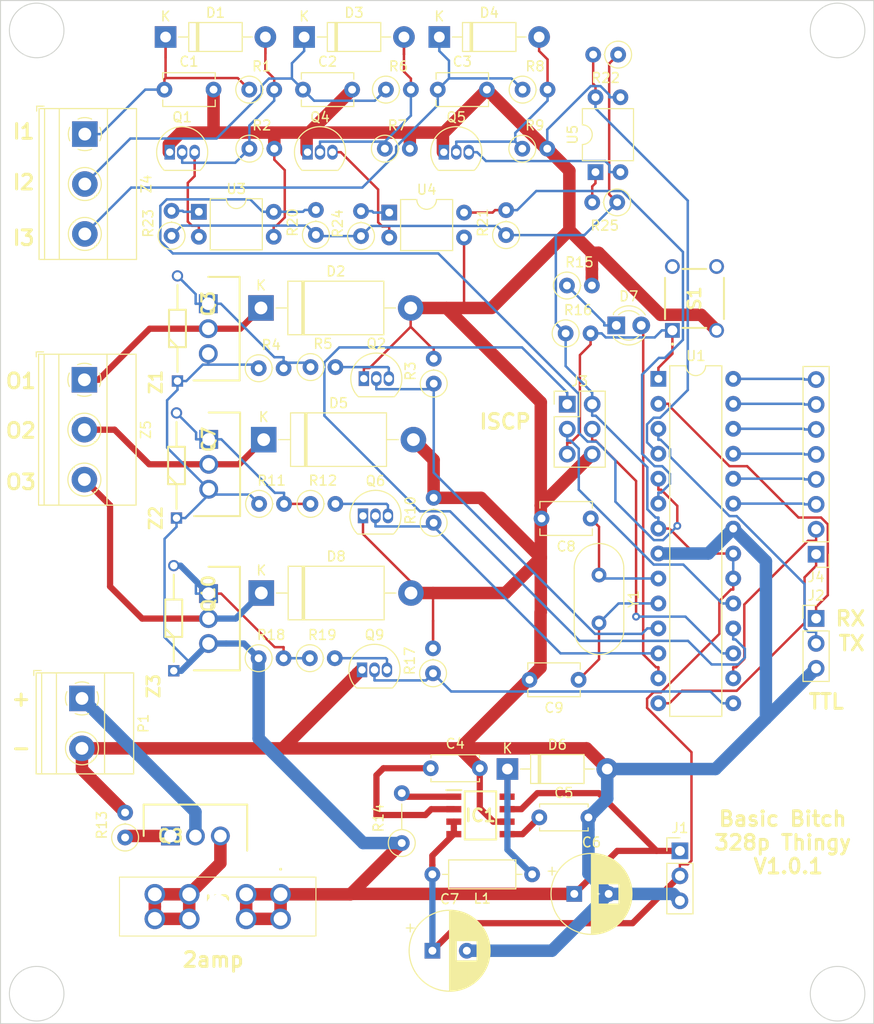
<source format=kicad_pcb>
(kicad_pcb (version 20221018) (generator pcbnew)
  (layers (0 "F.Cu" signal) (31 "B.Cu" signal) (34 "B.Paste" user) (35 "F.Paste" user) (36 "B.SilkS" user "B.Silkscreen") (37 "F.SilkS" user "F.Silkscreen") (38 "B.Mask" user) (39 "F.Mask" user) (44 "Edge.Cuts" user))
  (net 0 "")
  (net 1 "/Input/Input")
  (net 2 "GND")
  (net 3 "/Input1/Input")
  (net 4 "/Input2/Input")
  (net 5 "Net-(IC1-DELAY)")
  (net 6 "Net-(IC1-~{SHUTDOWN}{slash}SOFT-START)")
  (net 7 "+VDC")
  (net 8 "+5V")
  (net 9 "Net-(U1-XTAL1{slash}PB6)")
  (net 10 "Net-(U1-XTAL2{slash}PB7)")
  (net 11 "Net-(D1-A)")
  (net 12 "/Output/Output")
  (net 13 "Net-(D3-A)")
  (net 14 "Net-(D4-A)")
  (net 15 "/Output1/Output")
  (net 16 "Net-(D6-K)")
  (net 17 "Net-(D7-K)")
  (net 18 "LED")
  (net 19 "/Output2/Output")
  (net 20 "Net-(IC1-ERROR_FLAG)")
  (net 21 "RXttl")
  (net 22 "TXttl")
  (net 23 "Net-(P1-Pin_1)")
  (net 24 "Input1")
  (net 25 "Output1")
  (net 26 "Net-(Q2-D)")
  (net 27 "Net-(Q3-Pad1)")
  (net 28 "Input2")
  (net 29 "Input3")
  (net 30 "Output2")
  (net 31 "Net-(Q6-D)")
  (net 32 "Net-(Q7-Pad1)")
  (net 33 "Net-(Q8-Pad1)")
  (net 34 "Net-(Q8-Pad3)")
  (net 35 "Output3")
  (net 36 "Net-(Q9-D)")
  (net 37 "Net-(Q10-Pad1)")
  (net 38 "Reset")
  (net 41 "D8")
  (net 42 "D10")
  (net 43 "MOSI")
  (net 44 "MISO")
  (net 45 "SCK")
  (net 46 "A0")
  (net 47 "A1")
  (net 48 "A2")
  (net 49 "A3")
  (net 50 "A4")
  (net 51 "A5")
  (net 52 "Net-(Q1-D)")
  (net 53 "Net-(Q4-D)")
  (net 54 "Net-(Q5-D)")
  (net 55 "Net-(R23-Pad2)")
  (net 56 "Net-(R24-Pad2)")
  (net 57 "Net-(R25-Pad2)")
  (footprint "Package_TO_SOT_THT:TO-92_Inline" (layer "F.Cu") (at 122.2314 62.8232)
    (fp_text reference "Q4")
    (fp_text value "2N7000")
  )
  (footprint "Resistor_THT:R_Axial_DIN0207_L6.3mm_D2.5mm_P2.54mm_Vertical" (layer "F.Cu") (at 122.5295 98.6174)
    (fp_text reference "R12")
    (fp_text value "10k")
  )
  (footprint "TerminalBlock_Phoenix:TerminalBlock_Phoenix_MKDS-1,5-2-5.08_1x02_P5.08mm_Horizontal" (layer "F.Cu") (at 99.2673 118.4199 -90)
    (fp_text reference "P1")
    (fp_text value "Screw_Terminal_01x02")
  )
  (footprint "Connector_PinHeader_2.54mm:PinHeader_1x08_P2.54mm_Vertical" (layer "F.Cu") (at 174.0068 103.7434 180)
    (fp_text reference "J4")
    (fp_text value "Conn_01x08")
  )
  (footprint "Capacitor_THT:C_Disc_D4.7mm_W2.5mm_P5.00mm" (layer "F.Cu") (at 145.8286 130.529)
    (fp_text reference "C5")
    (fp_text value "0.1uF")
  )
  (footprint "Capacitor_THT:CP_Radial_D8.0mm_P3.50mm" (layer "F.Cu") (at 134.9462 144.0991)
    (fp_text reference "C7")
    (fp_text value "120uF")
  )
  (footprint "Resistor_THT:R_Axial_DIN0207_L6.3mm_D2.5mm_P2.54mm_Vertical" (layer "F.Cu") (at 148.6411 76.3944)
    (fp_text reference "R15")
    (fp_text value "330")
  )
  (footprint "Diode_THT:D_DO-201_P15.24mm_Horizontal" (layer "F.Cu") (at 117.4933 78.6769)
    (fp_text reference "D2")
    (fp_text value "STPS3150RL")
  )
  (footprint "SamacSys_Parts:DIOAD1068W53L380D172" (layer "F.Cu") (at 108.9921 86.1145 90)
    (fp_text reference "Z1")
    (fp_text value "BZX79C10" hide)
  )
  (footprint "Resistor_THT:R_Axial_DIN0207_L6.3mm_D2.5mm_P2.54mm_Vertical" (layer "F.Cu") (at 144.1268 56.4529)
    (fp_text reference "R8")
    (fp_text value "470")
  )
  (footprint "SamacSys_Parts:TS0266160BK260LCRD" (layer "F.Cu") (at 159.3761 80.9576 90)
    (fp_text reference "S1")
    (fp_text value "TS02-66-160-BK-260-LCR-D" hide)
  )
  (footprint "Resistor_THT:R_Axial_DIN0207_L6.3mm_D2.5mm_P2.54mm_Vertical" (layer "F.Cu") (at 108.3892 71.3334 90)
    (fp_text reference "R23")
    (fp_text value "5k")
  )
  (footprint "SamacSys_Parts:TO254P469X1042X1967-3P" (layer "F.Cu") (at 112.1518 107.7519 -90)
    (fp_text reference "Q10")
    (fp_text value "IRF9Z34NPBF" hide)
  )
  (footprint "Capacitor_THT:CP_Radial_D8.0mm_P3.50mm" (layer "F.Cu") (at 149.3891 138.315)
    (fp_text reference "C6")
    (fp_text value "68uF")
  )
  (footprint "SamacSys_Parts:TO254P469X1042X1967-3P" (layer "F.Cu") (at 112.173 92.0488 -90)
    (fp_text reference "Q7")
    (fp_text value "IRF9Z34NPBF" hide)
  )
  (footprint "Resistor_THT:R_Axial_DIN0207_L6.3mm_D2.5mm_P2.54mm_Vertical" (layer "F.Cu") (at 103.6611 132.5765 90)
    (fp_text reference "R13")
    (fp_text value "10k")
  )
  (footprint "Resistor_THT:R_Axial_DIN0207_L6.3mm_D2.5mm_P2.54mm_Vertical" (layer "F.Cu") (at 117.3012 98.6174)
    (fp_text reference "R11")
    (fp_text value "100k")
  )
  (footprint "SamacSys_Parts:TO254P469X1042X1967-3P" (layer "F.Cu") (at 112.1267 78.2477 -90)
    (fp_text reference "Q3")
    (fp_text value "IRF9Z34NPBF" hide)
  )
  (footprint "SamacSys_Parts:DIOAD1068W53L380D172" (layer "F.Cu") (at 108.6134 115.6055 90)
    (fp_text reference "Z3")
    (fp_text value "BZX79C10" hide)
  )
  (footprint "Capacitor_THT:C_Disc_D5.1mm_W3.2mm_P5.00mm" (layer "F.Cu") (at 107.6636 56.4529)
    (fp_text reference "C1")
    (fp_text value "220nF")
  )
  (footprint "Package_DIP:DIP-4_W7.62mm" (layer "F.Cu") (at 130.5474 68.9657)
    (fp_text reference "U4")
    (fp_text value "LTV-817")
  )
  (footprint "Package_DIP:DIP-28_W7.62mm" (layer "F.Cu") (at 157.9505 85.892)
    (fp_text reference "U1")
    (fp_text value "ATmega328-P")
  )
  (footprint "LED_THT:LED_D3.0mm" (layer "F.Cu") (at 153.666 80.4518)
    (fp_text reference "D7")
    (fp_text value "LED")
  )
  (footprint "Connector_PinHeader_2.54mm:PinHeader_1x03_P2.54mm_Vertical" (layer "F.Cu") (at 160.1442 133.9361)
    (fp_text reference "J1")
    (fp_text value "Conn_01x03")
  )
  (footprint "Package_TO_SOT_THT:TO-92_Inline" (layer "F.Cu") (at 127.879 99.8398)
    (fp_text reference "Q6")
    (fp_text value "2N7000")
  )
  (footprint "Package_TO_SOT_THT:TO-92_Inline" (layer "F.Cu") (at 127.9665 85.8679)
    (fp_text reference "Q2")
    (fp_text value "2N7000")
  )
  (footprint "Package_DIP:DIP-4_W7.62mm" (layer "F.Cu") (at 111.168 68.8892)
    (fp_text reference "U3")
    (fp_text value "LTV-817")
  )
  (footprint "Resistor_THT:R_Axial_DIN0207_L6.3mm_D2.5mm_P2.54mm_Vertical" (layer "F.Cu") (at 153.7552 67.9267 180)
    (fp_text reference "R25")
    (fp_text value "5k")
  )
  (footprint "SamacSys_Parts:TO254P469X1042X1967-3P" (layer "F.Cu") (at 108.28 132.4185)
    (fp_text reference "Q8")
    (fp_text value "IRF9Z34NPBF" hide)
  )
  (footprint "SamacSys_Parts:DIOAD1068W53L380D172" (layer "F.Cu") (at 108.894 100.0595 90)
    (fp_text reference "Z2")
    (fp_text value "BZX79C10" hide)
  )
  (footprint "Capacitor_THT:C_Disc_D5.1mm_W3.2mm_P5.00mm" (layer "F.Cu") (at 135.4898 56.4529)
    (fp_text reference "C3")
    (fp_text value "220nF")
  )
  (footprint "SamacSys_Parts:SOIC127P600X175-8N" (layer "F.Cu") (at 139.838 130.3293)
    (fp_text reference "IC1")
    (fp_text value "LM2597MX-5.0_NOPB" hide)
  )
  (footprint "Resistor_THT:R_Axial_DIN0207_L6.3mm_D2.5mm_P2.54mm_Vertical" (layer "F.Cu") (at 144.0978 62.4632)
    (fp_text reference "R9")
    (fp_text value "5k")
  )
  (footprint "SamacSys_Parts:17861650001" (layer "F.Cu") (at 119.4871 138.3546 180)
    (fp_text reference "U2")
    (fp_text value "178.6165.0001" hide)
  )
  (footprint "Package_TO_SOT_THT:TO-92_Inline" (layer "F.Cu") (at 136.1054 62.8232)
    (fp_text reference "Q5")
    (fp_text value "2N7000")
  )
  (footprint "Connector_PinHeader_2.54mm:PinHeader_2x03_P2.54mm_Vertical" (layer "F.Cu") (at 148.6714 88.4722)
    (fp_text reference "J3")
    (fp_text value "Conn_02x03_Odd_Even")
  )
  (footprint "Diode_THT:D_DO-201_P15.24mm_Horizontal" (layer "F.Cu") (at 117.7689 92.0795)
    (fp_text reference "D5")
    (fp_text value "STPS3150RL")
  )
  (footprint "Resistor_THT:R_Axial_DIN0207_L6.3mm_D2.5mm_P2.54mm_Vertical" (layer "F.Cu") (at 122.5342 84.6955)
    (fp_text reference "R5")
    (fp_text value "10k")
  )
  (footprint "Resistor_THT:R_Axial_DIN0207_L6.3mm_D2.5mm_P2.54mm_Vertical" (layer "F.Cu") (at 116.3006 56.4529)
    (fp_text reference "R1")
    (fp_text value "470")
  )
  (footprint "Package_TO_SOT_THT:TO-92_Inline" (layer "F.Cu") (at 127.78 115.5111)
    (fp_text reference "Q9")
    (fp_text value "2N7000")
  )
  (footprint "Resistor_THT:R_Axial_DIN0207_L6.3mm_D2.5mm_P2.54mm_Vertical" (layer "F.Cu") (at 123.0839 71.239 90)
    (fp_text reference "R20")
    (fp_text value "5k")
  )
  (footprint "Capacitor_THT:C_Disc_D4.7mm_W2.5mm_P5.00mm" (layer "F.Cu") (at 134.7685 125.5266)
    (fp_text reference "C4")
    (fp_text value "0.1uF")
  )
  (footprint "Resistor_THT:R_Axial_DIN0207_L6.3mm_D2.5mm_P2.54mm_Vertical" (layer "F.Cu") (at 117.2581 84.8127)
    (fp_text reference "R4")
    (fp_text value "100k")
  )
  (footprint "TerminalBlock_Phoenix:TerminalBlock_Phoenix_MKDS-1,5-3-5.08_1x03_P5.08mm_Horizontal" (layer "F.Cu") (at 99.5617 60.9808 -90)
    (fp_text reference "Z4")
    (fp_text value "Screw_Terminal_01x03")
  )
  (footprint "Resistor_THT:R_Axial_DIN0207_L6.3mm_D2.5mm_P2.54mm_Vertical" (layer "F.Cu") (at 142.4455 71.2601 90)
    (fp_text reference "R21")
    (fp_text value "5k")
  )
  (footprint "Resistor_THT:R_Axial_DIN0207_L6.3mm_D2.5mm_P2.54mm_Vertical" (layer "F.Cu") (at 130.1062 62.4632)
    (fp_text reference "R7")
    (fp_text value "5k")
  )
  (footprint "Package_DIP:DIP-4_W7.62mm" (layer "F.Cu") (at 151.546 64.8497 90)
    (fp_text reference "U5")
    (fp_text value "LTV-817")
  )
  (footprint "Diode_THT:D_DO-41_SOD81_P10.16mm_Horizontal" (layer "F.Cu") (at 107.7808 51.0987)
    (fp_text reference "D1")
    (fp_text value "1N4007")
  )
  (footprint "Resistor_THT:R_Axial_DIN0207_L6.3mm_D2.5mm_P2.54mm_Vertical" (layer "F.Cu") (at 117.254 114.3256)
    (fp_text reference "R18")
    (fp_text value "100k")
  )
  (footprint "Resistor_THT:R_Axial_DIN0207_L6.3mm_D2.5mm_P2.54mm_Vertical" (layer "F.Cu") (at 122.4649 114.3256)
    (fp_text reference "R19")
    (fp_text value "10k")
  )
  (footprint "Capacitor_THT:C_Disc_D5.1mm_W3.2mm_P5.00mm" (layer "F.Cu") (at 149.8275 116.5219 180)
    (fp_text reference "C9")
    (fp_text value "220nF")
  )
  (footprint "Resistor_THT:R_Axial_DIN0207_L6.3mm_D2.5mm_P2.54mm_Vertical" (layer "F.Cu") (at 135.0099 115.8628 90)
    (fp_text reference "R17")
    (fp_text value "1M")
  )
  (footprint "Diode_THT:D_DO-41_SOD81_P10.16mm_Horizontal" (layer "F.Cu") (at 135.6491 51.0987)
    (fp_text reference "D4")
    (fp_text value "1N4007")
  )
  (footprint "Connector_PinHeader_2.54mm:PinHeader_1x03_P2.54mm_Vertical" (layer "F.Cu") (at 174.0068 110.2778)
    (fp_text reference "J2")
    (fp_text value "Conn_01x03")
  )
  (footprint "Capacitor_THT:C_Disc_D5.1mm_W3.2mm_P5.00mm" (layer "F.Cu") (at 121.7721 56.4529)
    (fp_text reference "C2")
    (fp_text value "220nF")
  )
  (footprint "TerminalBlock_Phoenix:TerminalBlock_Phoenix_MKDS-1,5-3-5.08_1x03_P5.08mm_Horizontal" (layer "F.Cu") (at 99.515 85.987 -90)
    (fp_text reference "Z5")
    (fp_text value "Screw_Terminal_01x03")
  )
  (footprint "Resistor_THT:R_Axial_DIN0207_L6.3mm_D2.5mm_P2.54mm_Vertical" (layer "F.Cu") (at 135.07 100.5433 90)
    (fp_text reference "R10")
    (fp_text value "1M")
  )
  (footprint "Resistor_THT:R_Axial_DIN0207_L6.3mm_D2.5mm_P2.54mm_Vertical" (layer "F.Cu") (at 153.8532 52.89 180)
    (fp_text reference "R22")
    (fp_text value "5k")
  )
  (footprint "Resistor_THT:R_Axial_DIN0207_L6.3mm_D2.5mm_P2.54mm_Vertical" (layer "F.Cu") (at 127.6775 71.3611 90)
    (fp_text reference "R24")
    (fp_text value "5k")
  )
  (footprint "Diode_THT:D_DO-41_SOD81_P10.16mm_Horizontal" (layer "F.Cu") (at 121.8879 51.0987)
    (fp_text reference "D3")
    (fp_text value "1N4007")
  )
  (footprint "Inductor_THT:L_Axial_L6.6mm_D2.7mm_P10.16mm_Horizontal_Vishay_IM-2" (layer "F.Cu") (at 145.0982 136.3261 180)
    (fp_text reference "L1")
    (fp_text value "150uH")
  )
  (footprint "Resistor_THT:R_Axial_DIN0207_L6.3mm_D2.5mm_P5.08mm_Vertical" (layer "F.Cu") (at 131.8262 133.1388 90)
    (fp_text reference "R14")
    (fp_text value "10k")
  )
  (footprint "Package_TO_SOT_THT:TO-92_Inline" (layer "F.Cu") (at 108.2011 62.8232)
    (fp_text reference "Q1")
    (fp_text value "2N7000")
  )
  (footprint "Resistor_THT:R_Axial_DIN0207_L6.3mm_D2.5mm_P2.54mm_Vertical" (layer "F.Cu") (at 148.5078 81.2611)
    (fp_text reference "R16")
    (fp_text value "330")
  )
  (footprint "Capacitor_THT:C_Disc_D5.1mm_W3.2mm_P5.00mm" (layer "F.Cu") (at 151.058 100.1027 180)
    (fp_text reference "C8")
    (fp_text value "220nF")
  )
  (footprint "Diode_THT:D_DO-201_P15.24mm_Horizontal" (layer "F.Cu") (at 117.525 107.6915)
    (fp_text reference "D8")
    (fp_text value "STPS3150RL")
  )
  (footprint "Diode_THT:D_DO-41_SOD81_P10.16mm_Horizontal" (layer "F.Cu") (at 142.583 125.6047)
    (fp_text reference "D6")
    (fp_text value "1N5817")
  )
  (footprint "Crystal:Crystal_HC49-U_Vertical" (layer "F.Cu") (at 151.9062 105.8606 -90)
    (fp_text reference "Y1")
    (fp_text value "Crystal")
  )
  (footprint "Resistor_THT:R_Axial_DIN0207_L6.3mm_D2.5mm_P2.54mm_Vertical" (layer "F.Cu") (at 116.3107 62.4632)
    (fp_text reference "R2")
    (fp_text value "5k")
  )
  (footprint "Resistor_THT:R_Axial_DIN0207_L6.3mm_D2.5mm_P2.54mm_Vertical" (layer "F.Cu") (at 130.2137 56.4529)
    (fp_text reference "R6")
    (fp_text value "470")
  )
  (footprint "Resistor_THT:R_Axial_DIN0207_L6.3mm_D2.5mm_P2.54mm_Vertical" (layer "F.Cu") (at 135.0791 86.376 90)
    (fp_text reference "R3")
    (fp_text value "1M")
  )
  (gr_line (start 90.974416 47.381457) (end 90.974416 151.521457) (stroke (width 0.1)) (layer "Edge.Cuts"))
  (gr_line (start 179.874416 47.381457) (end 179.874416 151.521457) (stroke (width 0.1)) (layer "Edge.Cuts"))
  (gr_line (start 90.974416 47.381457) (end 179.874416 47.381457) (stroke (width 0.1)) (layer "Edge.Cuts"))
  (gr_circle (center 94.657416 50.429457) (end 97.435541 50.429457) (stroke (width 0.1)) (fill none) (layer "Edge.Cuts"))
  (gr_circle (center 176.191416 148.473457) (end 178.969541 148.473457) (stroke (width 0.1)) (fill none) (layer "Edge.Cuts"))
  (gr_circle (center 94.657416 148.473457) (end 97.435541 148.473457) (stroke (width 0.1)) (fill none) (layer "Edge.Cuts"))
  (gr_circle (center 176.191416 50.429457) (end 178.969541 50.429457) (stroke (width 0.1)) (fill none) (layer "Edge.Cuts"))
  (gr_line (start 90.974416 151.521457) (end 179.874416 151.521457) (stroke (width 0.1)) (layer "Edge.Cuts"))
  (gr_text "O1" (at 91.348265 86.995611) (layer "F.SilkS") (effects (font (size 1.5 1.5) (thickness 0.3) bold) (justify left bottom)))
  (gr_text "TX" (at 176.146984 113.688311) (layer "F.SilkS") (effects (font (size 1.5 1.5) (thickness 0.3) bold) (justify left bottom)))
  (gr_text "RX" (at 175.834368 111.17001) (layer "F.SilkS") (effects (font (size 1.5 1.5) (thickness 0.3) bold) (justify left bottom)))
  (gr_text "+" (at 91.951517 119.317244) (layer "F.SilkS") (effects (font (size 1.5 1.5) (thickness 0.3) bold) (justify left bottom)))
  (gr_text "O3" (at 91.348265 97.272) (layer "F.SilkS") (effects (font (size 1.5 1.5) (thickness 0.3) bold) (justify left bottom)))
  (gr_text "I3" (at 92.061421 72.429628) (layer "F.SilkS") (effects (font (size 1.5 1.5) (thickness 0.3) bold) (justify left bottom)))
  (gr_text "I1" (at 92.061421 61.605276) (layer "F.SilkS") (effects (font (size 1.5 1.5) (thickness 0.3) bold) (justify left bottom)))
  (gr_text "ISCP" (at 139.582412 91.123942) (layer "F.SilkS") (effects (font (size 1.5 1.5) (thickness 0.3) bold) (justify left bottom)))
  (gr_text "TTL" (at 173.102228 119.620429) (layer "F.SilkS") (effects (font (size 1.5 1.5) (thickness 0.3) bold) (justify left bottom)))
  (gr_text "-" (at 91.951517 124.31911) (layer "F.SilkS") (effects (font (size 1.5 1.5) (thickness 0.3) bold) (justify left bottom)))
  (gr_text "I2" (at 92.061421 66.763451) (layer "F.SilkS") (effects (font (size 1.5 1.5) (thickness 0.3) bold) (justify left bottom)))
  (gr_text "Basic Bitch \n328p Thingy \nV1.0.1" (at 171.175468 133.08909) (layer "F.SilkS") (effects (font (size 1.5 1.5) (thickness 0.3) bold)))
  (gr_text "O2" (at 91.348265 92.036554) (layer "F.SilkS") (effects (font (size 1.5 1.5) (thickness 0.3) bold) (justify left bottom)))
  (gr_text "2amp" (at 109.360358 145.889661) (layer "F.SilkS") (effects (font (size 1.5 1.5) (thickness 0.3) bold) (justify left bottom)))
  (segment (start 107.781 51.0987) (end 107.781 53.1868) (width 0.25) (layer "F.Cu") (net 1))
  (segment (start 107.781 53.1868) (end 107.7808 53.1866) (width 0.25) (layer "F.Cu") (net 1))
  (segment (start 107.7808 53.1866) (end 107.7808 51.0987) (width 0.25) (layer "F.Cu") (net 1))
  (segment (start 107.664 55.3921) (end 107.781 55.2749) (width 0.25) (layer "F.Cu") (net 1))
  (segment (start 115.123 55.2749) (end 116.3006 56.4525) (width 0.25) (layer "F.Cu") (net 1))
  (segment (start 107.781 55.2749) (end 115.123 55.2749) (width 0.25) (layer "F.Cu") (net 1))
  (segment (start 107.781 53.1868) (end 107.781 55.2749) (width 0.25) (layer "F.Cu") (net 1))
  (segment (start 107.664 56.4529) (end 107.664 55.3921) (width 0.25) (layer "F.Cu") (net 1))
  (segment (start 99.5617 60.9808) (end 101.187 60.9808) (width 0.25) (layer "B.Cu") (net 1))
  (segment (start 101.187 60.9808) (end 105.715 56.4529) (width 0.25) (layer "B.Cu") (net 1))
  (segment (start 105.715 56.4529) (end 107.6636 56.4529) (width 0.25) (layer "B.Cu") (net 1))
  (segment (start 151.181 74.7268) (end 151.181 73.0593) (width 1.27) (layer "F.Cu") (net 2))
  (segment (start 135.07 98.0033) (end 139.889 98.0033) (width 1.27) (layer "F.Cu") (net 2))
  (segment (start 132.646 60.8792) (end 132.595 60.8282) (width 1.27) (layer "F.Cu") (net 2))
  (segment (start 145.952 112.3189) (end 145.978 112.2929) (width 0.25) (layer "F.Cu") (net 2))
  (segment (start 119.0693 70.3041) (end 119.9137 69.4597) (width 0.25) (layer "F.Cu") (net 2))
  (segment (start 132.595 60.8282) (end 135.916 60.8282) (width 1.27) (layer "F.Cu") (net 2))
  (segment (start 136.38 78.6769) (end 132.7333 78.6769) (width 1.27) (layer "F.Cu") (net 2))
  (segment (start 108.111 62.7444) (end 108.111 62.8232) (width 1.27) (layer "F.Cu") (net 2))
  (segment (start 132.733 78.6769) (end 132.733 80.5952) (width 0.25) (layer "F.Cu") (net 2))
  (segment (start 134.849 82.7109) (end 135.079 82.7109) (width 0.25) (layer "F.Cu") (net 2))
  (segment (start 118.788 70.3041) (end 119.0693 70.3041) (width 0.25) (layer "F.Cu") (net 2))
  (segment (start 138.1674 78.6769) (end 136.38 78.6769) (width 1.27) (layer "F.Cu") (net 2))
  (segment (start 151.181 75.9775) (end 151.181 75.5606) (width 1.27) (layer "F.Cu") (net 2))
  (segment (start 145.978 104.092) (end 145.978 100.1027) (width 1.27) (layer "F.Cu") (net 2))
  (segment (start 136.105 61.9656) (end 136.105 62.8232) (width 0.25) (layer "F.Cu") (net 2))
  (segment (start 99.2673 123.5) (end 119.701 123.5) (width 1.27) (layer "F.Cu") (net 2))
  (segment (start 151.181 73.0593) (end 148.885 70.7628) (width 1.27) (layer "F.Cu") (net 2))
  (segment (start 122.397 60.8282) (end 122.141 61.0835) (width 1.27) (layer "F.Cu") (net 2))
  (segment (start 122.141 61.9533) (end 122.141 62.8232) (width 1.27) (layer "F.Cu") (net 2))
  (segment (start 145.978 88.2747) (end 145.978 98.786) (width 1.27) (layer "F.Cu") (net 2))
  (segment (start 136.015 60.9272) (end 140.49 56.4529) (width 1.27) (layer "F.Cu") (net 2))
  (segment (start 151.865 73.0593) (end 151.181 73.0593) (width 1.27) (layer "F.Cu") (net 2))
  (segment (start 135.01 113.323) (end 135.01 110.507) (width 0.25) (layer "F.Cu") (net 2))
  (segment (start 136.015 61.8752) (end 136.015 62.8232) (width 1.27) (layer "F.Cu") (net 2))
  (segment (start 163.876 80.9576) (end 162.291 79.3726) (width 1.27) (layer "F.Cu") (net 2))
  (segment (start 118.851 62.4632) (end 118.851 61.0684) (width 1.27) (layer "F.Cu") (net 2))
  (segment (start 135.07 98.0033) (end 135.07 94.1406) (width 1.27) (layer "F.Cu") (net 2))
  (segment (start 145.952 109.675) (end 145.952 112.3189) (width 1.27) (layer "F.Cu") (net 2))
  (segment (start 148.885 64.71) (end 148.885 70.7628) (width 1.27) (layer "F.Cu") (net 2))
  (segment (start 126.93 116.271) (end 127.69 115.511) (width 1.27) (layer "F.Cu") (net 2))
  (segment (start 158.178 79.3726) (end 151.865 73.0593) (width 1.27) (layer "F.Cu") (net 2))
  (segment (start 144.7738 116.4682) (end 137.742 123.5) (width 1.27) (layer "F.Cu") (net 2))
  (segment (start 136.015 60.9272) (end 136.015 61.8752) (width 1.27) (layer "F.Cu") (net 2))
  (segment (start 133.888 107.691) (end 127.879 101.682) (width 0.25) (layer "F.Cu") (net 2))
  (segment (start 122.397 60.8282) (end 118.611 60.8282) (width 1.27) (layer "F.Cu") (net 2))
  (segment (start 151.181 76.3944) (end 151.181 76.1859) (width 1.27) (layer "F.Cu") (net 2))
  (segment (start 139.889 98.0033) (end 145.978 104.092) (width 1.27) (layer "F.Cu") (net 2))
  (segment (start 135.07 94.1406) (end 133.009 92.0795) (width 1.27) (layer "F.Cu") (net 2))
  (segment (start 108.111 62.0348) (end 108.111 62.7444) (width 1.27) (layer "F.Cu") (net 2))
  (segment (start 119.701 123.5) (end 126.93 116.271) (width 1.27) (layer "F.Cu") (net 2))
  (segment (start 136.015 61.8752) (end 136.105 61.9656) (width 0.25) (layer "F.Cu") (net 2))
  (segment (start 103.6608 130.0368) (end 99.2673 125.643) (width 1.27) (layer "F.Cu") (net 2))
  (segment (start 122.397 60.8282) (end 132.595 60.8282) (width 1.27) (layer "F.Cu") (net 2))
  (segment (start 118.788 71.4292) (end 118.788 70.3041) (width 0.25) (layer "F.Cu") (net 2))
  (segment (start 118.611 60.8282) (end 112.468 60.8282) (width 1.27) (layer "F.Cu") (net 2))
  (segment (start 99.2673 125.643) (end 99.2673 124.5715) (width 1.27) (layer "F.Cu") (net 2))
  (segment (start 137.742 123.5) (end 119.701 123.5) (width 1.27) (layer "F.Cu") (net 2))
  (segment (start 135.0099 110.5071) (end 135.0099 113.3228) (width 0.25) (layer "F.Cu") (net 2))
  (segment (start 151.181 74.7269) (end 151.181 75.5606) (width 0.25) (layer "F.Cu") (net 2))
  (segment (start 141.15 130.964) (end 139.768 129.583) (width 0.635) (layer "F.Cu") (net 2))
  (segment (start 148.885 70.7628) (end 140.971 78.6769) (width 1.27) (layer "F.Cu") (net 2))
  (segment (start 122.141 61.9533) (end 122.231 62.0437) (width 0.25) (layer "F.Cu") (net 2))
  (segment (start 145.978 98.786) (end 151.211 93.5522) (width 1.27) (layer "F.Cu") (net 2))
  (segment (start 135.079 82.7109) (end 135.079 83.2734) (width 0.25) (layer "F.Cu") (net 2))
  (segment (start 118.851 61.0684) (end 118.611 60.8282) (width 1.27) (layer "F.Cu") (net 2))
  (segment (start 151.181 75.5606) (end 151.181 75.9775) (width 0.25) (layer "F.Cu") (net 2))
  (segment (start 99.2673 124.5715) (end 99.2673 123.5) (width 1.27) (layer "F.Cu") (net 2))
  (segment (start 128.536 84.7928) (end 127.966 84.7928) (width 0.25) (layer "F.Cu") (net 2))
  (segment (start 118.8507 63.0257) (end 118.8507 63.5883) (width 0.25) (layer "F.Cu") (net 2))
  (segment (start 127.966 84.7928) (end 127.966 85.3303) (width 0.25) (layer "F.Cu") (net 2))
  (segment (start 126.93 116.271) (end 126.93 115.511) (width 0.25) (layer "F.Cu") (net 2))
  (segment (start 135.01 110.507) (end 135.01 107.691) (width 0.25) (layer "F.Cu") (net 2))
  (segment (start 122.141 61.0835) (end 122.141 61.9533) (width 1.27) (layer "F.Cu") (net 2))
  (segment (start 132.765 107.691) (end 133.888 107.691) (width 1.27) (layer "F.Cu") (net 2))
  (segment (start 127.879 101.682) (end 127.879 99.8398) (width 0.25) (layer "F.Cu") (net 2))
  (segment (start 151.181 74.7268) (end 151.181 74.7269) (width 0.25) (layer "F.Cu") (net 2))
  (segment (start 133.888 107.691) (end 135.01 107.691) (width 1.27) (layer "F.Cu") (net 2))
  (segment (start 145.978 112.2929) (end 145.978 109.649) (width 0.25) (layer "F.Cu") (net 2))
  (segment (start 135.01 107.691) (end 142.378 107.691) (width 1.27) (layer "F.Cu") (net 2))
  (segment (start 122.231 62.0437) (end 122.231 62.8232) (width 0.25) (layer "F.Cu") (net 2))
  (segment (start 126.772 56.4529) (end 122.397 60.8282) (width 1.27) (layer "F.Cu") (net 2))
  (segment (start 150.638 123.5) (end 137.742 123.5) (width 1.27) (layer "F.Cu") (net 2))
  (segment (start 138.1674 71.5057) (end 138.1674 78.6769) (width 0.25) (layer "F.Cu") (net 2))
  (segment (start 146.638 62.4632) (end 148.885 64.71) (width 1.27) (layer "F.Cu") (net 2))
  (segment (start 112.664 60.6328) (end 112.468 60.8282) (width 1.27) (layer "F.Cu") (net 2))
  (segment (start 139.768 125.527) (end 137.742 123.5) (width 1.27) (layer "F.Cu") (net 2))
  (segment (start 119.9137 69.4597) (end 119.9137 64.6513) (width 0.25) (layer "F.Cu") (net 2))
  (segment (start 132.733 80.5952) (end 128.536 84.7928) (width 0.25) (layer "F.Cu") (net 2))
  (segment (start 109.318 60.8282) (end 108.111 62.0348) (width 1.27) (layer "F.Cu") (net 2))
  (segment (start 162.291 79.3726) (end 158.178 79.3726) (width 1.27) (layer "F.Cu") (net 2))
  (segment (start 145.978 100.1027) (end 145.978 98.786) (width 1.27) (layer "F.Cu") (net 2))
  (segment (start 132.733 80.5952) (end 134.849 82.7109) (width 0.25) (layer "F.Cu") (net 2))
  (segment (start 145.952 112.3189) (end 145.952 115.29) (width 1.27) (layer "F.Cu") (net 2))
  (segment (start 151.181 76.1859) (end 151.181 75.9775) (width 1.27) (layer "F.Cu") (net 2))
  (segment (start 151.181 74.7269) (end 151.181 74.7268) (width 1.27) (layer "F.Cu") (net 2))
  (segment (start 126.93 115.511) (end 127.69 115.511) (width 0.25) (layer "F.Cu") (net 2))
  (segment (start 139.768 129.583) (end 139.768 125.527) (width 0.635) (layer "F.Cu") (net 2))
  (segment (start 135.916 60.8282) (end 136.015 60.9272) (width 1.27) (layer "F.Cu") (net 2))
  (segment (start 112.664 56.4529) (end 112.664 60.6328) (width 1.27) (layer "F.Cu") (net 2))
  (segment (start 142.378 107.691) (end 145.978 104.092) (width 1.27) (layer "F.Cu") (net 2))
  (segment (start 152.7429 125.6048) (end 150.638 123.5) (width 1.27) (layer "F.Cu") (net 2))
  (segment (start 140.971 78.6769) (end 138.1674 78.6769) (width 1.27) (layer "F.Cu") (net 2))
  (segment (start 145.952 115.29) (end 144.7738 116.4682) (width 1.27) (layer "F.Cu") (net 2))
  (segment (start 145.978 104.092) (end 145.978 109.649) (width 1.27) (layer "F.Cu") (net 2))
  (segment (start 142.549 130.964) (end 141.15 130.964) (width 0.635) (layer "F.Cu") (net 2))
  (segment (start 140.49 56.4529) (end 146.5 62.4632) (width 1.27) (layer "F.Cu") (net 2))
  (segment (start 136.38 78.6769) (end 145.978 88.2747) (width 1.27) (layer "F.Cu") (net 2))
  (segment (start 112.468 60.8282) (end 109.318 60.8282) (width 1.27) (layer "F.Cu") (net 2))
  (segment (start 151.181 75.5606) (end 151.181 74.7269) (width 1.27) (layer "F.Cu") (net 2))
  (segment (start 119.9137 64.6513) (end 118.8507 63.5883) (width 0.25) (layer "F.Cu") (net 2))
  (segment (start 132.646 62.4632) (end 132.646 60.8792) (width 1.27) (layer "F.Cu") (net 2))
  (segment (start 135.01 110.507) (end 135.0099 110.5071) (width 0.25) (layer "F.Cu") (net 2))
  (segment (start 146.6378 62.4632) (end 146.6378 60.5218) (width 0.25) (layer "B.Cu") (net 2))
  (segment (start 159.443 138.315) (end 160.144 139.016) (width 1.27) (layer "B.Cu") (net 2))
  (segment (start 152.0573 56.093) (end 152.9609 56.9966) (width 0.25) (layer "B.Cu") (net 2))
  (segment (start 152.8891 138.315) (end 159.443 138.315) (width 1.27) (layer "B.Cu") (net 2))
  (segment (start 168.897 104.458) (end 168.897 120.468) (width 1.27) (layer "B.Cu") (net 2))
  (segment (start 151.786 129.572) (end 150.829 130.529) (width 1.27) (layer "B.Cu") (net 2))
  (segment (start 150.829 131.7575) (end 150.829 136.254) (width 1.27) (layer "B.Cu") (net 2))
  (segment (start 152.9609 56.9966) (end 152.9609 57.2297) (width 0.25) (layer "B.Cu") (net 2))
  (segment (start 151.0666 56.093) (end 152.0573 56.093) (width 0.25) (layer "B.Cu") (net 2))
  (segment (start 150.829 136.254) (end 152.889 138.315) (width 1.27) (layer "B.Cu") (net 2))
  (segment (start 168.897 120.468) (end 163.76 125.605) (width 1.27) (layer "B.Cu") (net 2))
  (segment (start 168.897 120.468) (end 174.007 115.358) (width 1.27) (layer "B.Cu") (net 2))
  (segment (start 152.743 125.605) (end 152.743 128.615) (width 1.27) (layer "B.Cu") (net 2))
  (segment (start 163.76 125.605) (end 152.7433 125.605) (width 1.27) (layer "B.Cu") (net 2))
  (segment (start 150.829 130.529) (end 150.829 131.7575) (width 1.27) (layer "B.Cu") (net 2))
  (segment (start 165.571 101.132) (end 168.897 104.458) (width 1.27) (layer "B.Cu") (net 2))
  (segment (start 146.6378 60.5218) (end 151.0666 56.093) (width 0.25) (layer "B.Cu") (net 2))
  (segment (start 150.829 131.7575) (end 150.8286 131.7571) (width 0.25) (layer "B.Cu") (net 2))
  (segment (start 147.105 144.099) (end 152.889 138.315) (width 1.27) (layer "B.Cu") (net 2))
  (segment (start 157.951 103.672) (end 163.031 103.672) (width 1.27) (layer "B.Cu") (net 2))
  (segment (start 152.743 128.615) (end 151.786 129.572) (width 1.27) (layer "B.Cu") (net 2))
  (segment (start 151.786 129.572) (end 150.829 130.529) (width 0.25) (layer "B.Cu") (net 2))
  (segment (start 150.8286 131.7571) (end 150.8286 130.529) (width 0.25) (layer "B.Cu") (net 2))
  (segment (start 138.4463 144.099) (end 147.105 144.099) (width 1.27) (layer "B.Cu") (net 2))
  (segment (start 163.031 103.672) (end 165.5708 101.1322) (width 1.27) (layer "B.Cu") (net 2))
  (segment (start 154.086 57.2297) (end 152.9609 57.2297) (width 0.25) (layer "B.Cu") (net 2))
  (segment (start 121.772 56.4529) (end 120.644 55.325) (width 0.25) (layer "B.Cu") (net 3))
  (segment (start 122.905 57.5855) (end 121.772 56.4529) (width 0.25) (layer "B.Cu") (net 3))
  (segment (start 129.081 57.5855) (end 122.905 57.5855) (width 0.25) (layer "B.Cu") (net 3))
  (segment (start 104.192 61.431) (end 99.5617 66.0608) (width 0.25) (layer "B.Cu") (net 3))
  (segment (start 117.571 56.0584) (end 117.571 56.8357) (width 0.25) (layer "B.Cu") (net 3))
  (segment (start 121.888 52.5238) (end 120.644 53.7675) (width 0.25) (layer "B.Cu") (net 3))
  (segment (start 118.304 55.325) (end 117.571 56.0584) (width 0.25) (layer "B.Cu") (net 3))
  (segment (start 120.644 53.7675) (end 120.644 55.325) (width 0.25) (layer "B.Cu") (net 3))
  (segment (start 130.2138 56.453) (end 129.081 57.5855) (width 0.25) (layer "B.Cu") (net 3))
  (segment (start 112.975 61.431) (end 104.192 61.431) (width 0.25) (layer "B.Cu") (net 3))
  (segment (start 121.888 51.8112) (end 121.888 52.5238) (width 0.25) (layer "B.Cu") (net 3))
  (segment (start 117.571 56.8357) (end 112.975 61.431) (width 0.25) (layer "B.Cu") (net 3))
  (segment (start 120.644 55.325) (end 118.304 55.325) (width 0.25) (layer "B.Cu") (net 3))
  (segment (start 142.986 55.3116) (end 144.1269 56.4528) (width 0.25) (layer "B.Cu") (net 4))
  (segment (start 135.649 51.8112) (end 135.649 52.5238) (width 0.25) (layer "B.Cu") (net 4))
  (segment (start 135.649 52.5238) (end 136.631 53.5058) (width 0.25) (layer "B.Cu") (net 4))
  (segment (start 135.49 58.0283) (end 131.255 62.2628) (width 0.25) (layer "B.Cu") (net 4))
  (segment (start 136.631 53.5058) (end 136.631 55.3116) (width 0.25) (layer "B.Cu") (net 4))
  (segment (start 131.255 62.2628) (end 131.255 62.9785) (width 0.25) (layer "B.Cu") (net 4))
  (segment (start 104.278 66.4243) (end 99.5617 71.1408) (width 0.25) (layer "B.Cu") (net 4))
  (segment (start 131.255 62.9785) (end 127.81 66.4243) (width 0.25) (layer "B.Cu") (net 4))
  (segment (start 135.49 56.4529) (end 135.49 58.0283) (width 0.25) (layer "B.Cu") (net 4))
  (segment (start 127.81 66.4243) (end 104.278 66.4243) (width 0.25) (layer "B.Cu") (net 4))
  (segment (start 136.631 55.3116) (end 135.49 56.4529) (width 0.25) (layer "B.Cu") (net 4))
  (segment (start 136.631 55.3116) (end 142.986 55.3116) (width 0.25) (layer "B.Cu") (net 4))
  (segment (start 137.1267 129.694) (end 134.824 129.694) (width 0.635) (layer "F.Cu") (net 5))
  (segment (start 129.247 130.355) (end 129.247 126.239) (width 0.635) (layer "F.Cu") (net 5))
  (segment (start 129.317 130.286) (end 129.247 130.355) (width 0.635) (layer "F.Cu") (net 5))
  (segment (start 129.247 126.239) (end 129.96 125.527) (width 0.635) (layer "F.Cu") (net 5))
  (segment (start 134.824 129.694) (end 134.233 130.286) (width 0.635) (layer "F.Cu") (net 5))
  (segment (start 134.233 130.286) (end 129.317 130.286) (width 0.635) (layer "F.Cu") (net 5))
  (segment (start 129.96 125.527) (end 134.768 125.527) (width 0.635) (layer "F.Cu") (net 5))
  (segment (start 142.5493 132.234) (end 144.123 132.234) (width 0.635) (layer "F.Cu") (net 6))
  (segment (start 145.147 131.211) (end 145.488 130.87) (width 0.635) (layer "F.Cu") (net 6))
  (segment (start 145.147 131.211) (end 145.488 130.87) (width 0.25) (layer "F.Cu") (net 6))
  (segment (start 144.123 132.234) (end 145.147 131.211) (width 0.635) (layer "F.Cu") (net 6))
  (segment (start 144 129.694) (end 145.634 128.061) (width 0.635) (layer "F.Cu") (net 7))
  (segment (start 119.487 140.8546) (end 119.487 138.355) (width 1.27) (layer "F.Cu") (net 7))
  (segment (start 157.762 133.936) (end 160.144 133.936) (width 0.635) (layer "F.Cu") (net 7))
  (segment (start 126.61 138.355) (end 119.487 138.355) (width 1.27) (layer "F.Cu") (net 7))
  (segment (start 115.987 138.355) (end 115.987 140.8546) (width 1.27) (layer "F.Cu") (net 7))
  (segment (start 149.3891 138.3149) (end 153.768 133.936) (width 0.635) (layer "F.Cu") (net 7))
  (segment (start 119.487 138.355) (end 115.987 138.355) (width 1.27) (layer "F.Cu") (net 7))
  (segment (start 145.634 128.061) (end 151.887 128.061) (width 0.635) (layer "F.Cu") (net 7))
  (segment (start 126.65 138.315) (end 149.389 138.315) (width 1.27) (layer "F.Cu") (net 7))
  (segment (start 126.65 138.315) (end 131.826 133.139) (width 1.27) (layer "F.Cu") (net 7))
  (segment (start 126.65 138.315) (end 126.61 138.355) (width 1.27) (layer "F.Cu") (net 7))
  (segment (start 153.768 133.936) (end 157.762 133.936) (width 0.635) (layer "F.Cu") (net 7))
  (segment (start 151.887 128.061) (end 157.762 133.936) (width 0.635) (layer "F.Cu") (net 7))
  (segment (start 142.549 129.694) (end 144 129.694) (width 0.635) (layer "F.Cu") (net 7))
  (segment (start 115.987 140.855) (end 119.487 140.855) (width 1.27) (layer "F.Cu") (net 7))
  (segment (start 112.173 97.6694) (end 116.353 97.6694) (width 0.25) (layer "B.Cu") (net 7))
  (segment (start 108.6134 115.606) (end 109.378 115.606) (width 0.635) (layer "B.Cu") (net 7))
  (segment (start 108.992 87.0146) (end 107.935 88.0718) (width 0.25) (layer "B.Cu") (net 7))
  (segment (start 112.127 84.4449) (end 116.89 84.4449) (width 0.25) (layer "B.Cu") (net 7))
  (segment (start 117.254 122.496) (end 117.254 114.326) (width 1.27) (layer "B.Cu") (net 7))
  (segment (start 113.956 112.832) (end 115.76 112.832) (width 0.635) (layer "B.Cu") (net 7))
  (segment (start 108.992 86.1145) (end 108.992 87.0146) (width 0.25) (layer "B.Cu") (net 7))
  (segment (start 109.378 115.606) (end 110.235 114.749) (width 0.635) (layer "B.Cu") (net 7))
  (segment (start 110.235 114.749) (end 112.152 112.832) (width 0.635) (layer "B.Cu") (net 7))
  (segment (start 107.935 92.8907) (end 112.173 97.1288) (width 0.25) (layer "B.Cu") (net 7))
  (segment (start 109.794 100.06) (end 109.794 100.048) (width 0.25) (layer "B.Cu") (net 7))
  (segment (start 112.152 112.832) (end 113.956 112.832) (width 0.635) (layer "B.Cu") (net 7))
  (segment (start 108.894 100.06) (end 109.794 100.06) (width 0.25) (layer "B.Cu") (net 7))
  (segment (start 108.894 100.96) (end 108.894 100.06) (width 0.25) (layer "B.Cu") (net 7))
  (segment (start 110.235 114.749) (end 107.679 112.193) (width 0.25) (layer "B.Cu") (net 7))
  (segment (start 116.353 97.6694) (end 116.827 98.1434) (width 0.25) (layer "B.Cu") (net 7))
  (segment (start 107.679 102.175) (end 108.894 100.96) (width 0.25) (layer "B.Cu") (net 7))
  (segment (start 112.127 84.4449) (end 111.562 84.4449) (width 0.25) (layer "B.Cu") (net 7))
  (segment (start 113.956 112.832) (end 112.152 112.832) (width 0.25) (layer "B.Cu") (net 7))
  (segment (start 115.76 112.832) (end 116.507 113.579) (width 0.635) (layer "B.Cu") (net 7))
  (segment (start 131.826 133.139) (end 127.897 133.139) (width 1.27) (layer "B.Cu") (net 7))
  (segment (start 112.127 84.4449) (end 112.127 83.8863) (width 0.25) (layer "B.Cu") (net 7))
  (segment (start 107.935 88.0718) (end 107.935 92.8907) (width 0.25) (layer "B.Cu") (net 7))
  (segment (start 109.794 100.048) (end 112.173 97.6694) (width 0.25) (layer "B.Cu") (net 7))
  (segment (start 109.892 86.1145) (end 108.9921 86.1145) (width 0.25) (layer "B.Cu") (net 7))
  (segment (start 127.897 133.139) (end 117.254 122.496) (width 1.27) (layer "B.Cu") (net 7))
  (segment (start 116.507 113.579) (end 117.2538 114.3258) (width 0.25) (layer "B.Cu") (net 7))
  (segment (start 111.562 84.4449) (end 109.892 86.1145) (width 0.25) (layer "B.Cu") (net 7))
  (segment (start 116.507 113.579) (end 117.2538 114.3258) (width 0.635) (layer "B.Cu") (net 7))
  (segment (start 107.679 112.193) (end 107.679 102.175) (width 0.25) (layer "B.Cu") (net 7))
  (segment (start 165.57 107.337) (end 165.57 106.212) (width 0.25) (layer "F.Cu") (net 8))
  (segment (start 134.938 135.374) (end 134.938 134.423) (width 0.635) (layer "F.Cu") (net 8))
  (segment (start 160.144 135.301) (end 160.952 135.301) (width 0.25) (layer "F.Cu") (net 8))
  (segment (start 152.942 53.801) (end 152.942 67.1137) (width 0.25) (layer "F.Cu") (net 8))
  (segment (start 164.156 108.519) (end 165.337 107.337) (width 0.25) (layer "F.Cu") (net 8))
  (segment (start 137.127 131.599) (end 137.127 131.9165) (width 0.25) (layer "F.Cu") (net 8))
  (segment (start 164.156 111.854) (end 164.156 108.519) (width 0.25) (layer "F.Cu") (net 8))
  (segment (start 137.127 131.599) (end 137.127 130.9643) (width 0.635) (layer "F.Cu") (net 8))
  (segment (start 156.802 119.379) (end 156.802 118.436) (width 0.25) (layer "F.Cu") (net 8))
  (segment (start 152.942 67.1137) (end 153.755 67.9267) (width 0.25) (layer "F.Cu") (net 8))
  (segment (start 165.337 107.337) (end 165.57 107.337) (width 0.25) (layer "F.Cu") (net 8))
  (segment (start 158.223 117.787) (end 164.156 111.854) (width 0.25) (layer "F.Cu") (net 8))
  (segment (start 134.938 135.375) (end 134.938 135.374) (width 0.635) (layer "F.Cu") (net 8))
  (segment (start 137.747 141.298) (end 155.322 141.298) (width 0.635) (layer "F.Cu") (net 8))
  (segment (start 155.322 141.298) (end 160.144 136.476) (width 0.635) (layer "F.Cu") (net 8))
  (segment (start 134.938 135.375) (end 134.938 136.326) (width 0.25) (layer "F.Cu") (net 8))
  (segment (start 161.616 103.672) (end 165.57 103.672) (width 0.25) (layer "F.Cu") (net 8))
  (segment (start 156.802 118.436) (end 157.451 117.787) (width 0.25) (layer "F.Cu") (net 8))
  (segment (start 134.938 135.374) (end 134.938 135.375) (width 0.25) (layer "F.Cu") (net 8))
  (segment (start 161.319 123.897) (end 156.802 119.379) (width 0.25) (layer "F.Cu") (net 8))
  (segment (start 134.938 134.423) (end 137.127 132.234) (width 0.635) (layer "F.Cu") (net 8))
  (segment (start 137.127 131.9165) (end 137.127 131.599) (width 0.635) (layer "F.Cu") (net 8))
  (segment (start 157.9505 101.132) (end 159.076 101.132) (width 0.25) (layer "F.Cu") (net 8))
  (segment (start 134.9462 144.0988) (end 137.747 141.298) (width 0.635) (layer "F.Cu") (net 8))
  (segment (start 137.127 132.234) (end 137.127 131.9165) (width 0.635) (layer "F.Cu") (net 8))
  (segment (start 160.144 136.476) (end 160.144 135.301) (width 0.25) (layer "F.Cu") (net 8))
  (segment (start 161.319 134.934) (end 161.319 123.897) (width 0.25) (layer "F.Cu") (net 8))
  (segment (start 157.451 117.787) (end 158.223 117.787) (width 0.25) (layer "F.Cu") (net 8))
  (segment (start 160.952 135.301) (end 161.319 134.934) (width 0.25) (layer "F.Cu") (net 8))
  (segment (start 137.127 131.9165) (end 137.127 132.234) (width 0.25) (layer "F.Cu") (net 8))
  (segment (start 153.3975 53.3455) (end 152.942 53.801) (width 0.25) (layer "F.Cu") (net 8))
  (segment (start 159.076 101.132) (end 161.616 103.672) (width 0.25) (layer "F.Cu") (net 8))
  (segment (start 134.938 136.326) (end 134.938 135.375) (width 0.635) (layer "F.Cu") (net 8))
  (segment (start 148.0095 80.7627) (end 148.5078 81.261) (width 0.25) (layer "B.Cu") (net 8))
  (segment (start 127.6775 71.3611) (end 123.206 71.3611) (width 0.25) (layer "B.Cu") (net 8))
  (segment (start 148.508 81.2611) (end 148.0095 80.7627) (width 0.25) (layer "B.Cu") (net 8))
  (segment (start 156.825 99.1632) (end 156.825 94.8961) (width 0.25) (layer "B.Cu") (net 8))
  (segment (start 148.508 84.5935) (end 148.508 81.2611) (width 0.25) (layer "B.Cu") (net 8))
  (segment (start 157.95 100.007) (end 157.669 100.007) (width 0.25) (layer "B.Cu") (net 8))
  (segment (start 141.514 70.3291) (end 128.71 70.3291) (width 0.25) (layer "B.Cu") (net 8))
  (segment (start 108.389 71.3334) (end 108.9085 70.8138) (width 0.25) (layer "B.Cu") (net 8))
  (segment (start 134.946 144.099) (end 134.946 136.334) (width 0.635) (layer "B.Cu") (net 8))
  (segment (start 148.0095 80.7627) (end 147.511 80.2643) (width 0.25) (layer "B.Cu") (net 8))
  (segment (start 122.139 70.2942) (end 123.084 71.239) (width 0.25) (layer "B.Cu") (net 8))
  (segment (start 150.422 71.2601) (end 147.511 71.2601) (width 0.25) (layer "B.Cu") (net 8))
  (segment (start 157.669 100.007) (end 156.825 99.1632) (width 0.25) (layer "B.Cu") (net 8))
  (segment (start 156.825 94.8961) (end 151.577 89.6473) (width 0.25) (layer "B.Cu") (net 8))
  (segment (start 147.511 80.2643) (end 147.511 71.2601) (width 0.25) (layer "B.Cu") (net 8))
  (segment (start 153.755 67.9267) (end 150.422 71.2601) (width 0.25) (layer "B.Cu") (net 8))
  (segment (start 147.511 71.2601) (end 142.446 71.2601) (width 0.25) (layer "B.Cu") (net 8))
  (segment (start 128.71 70.3291) (end 127.678 71.3611) (width 0.25) (layer "B.Cu") (net 8))
  (segment (start 151.211 87.2971) (end 148.508 84.5935) (width 0.25) (layer "B.Cu") (net 8))
  (segment (start 151.211 89.6473) (end 151.211 88.4722) (width 0.25) (layer "B.Cu") (net 8))
  (segment (start 151.211 88.4722) (end 151.211 87.2971) (width 0.25) (layer "B.Cu") (net 8))
  (segment (start 108.9085 70.8138) (end 109.428 70.2942) (width 0.25) (layer "B.Cu") (net 8))
  (segment (start 151.577 89.6473) (end 151.211 89.6473) (width 0.25) (layer "B.Cu") (net 8))
  (segment (start 142.4457 71.2599) (end 141.514 70.3291) (width 0.25) (layer "B.Cu") (net 8))
  (segment (start 157.95 101.132) (end 157.95 100.007) (width 0.25) (layer "B.Cu") (net 8))
  (segment (start 108.9085 70.8138) (end 108.3892 71.3331) (width 0.25) (layer "B.Cu") (net 8))
  (segment (start 165.57 103.672) (end 165.57 105.577) (width 0.25) (layer "B.Cu") (net 8))
  (segment (start 109.428 70.2942) (end 122.139 70.2942) (width 0.25) (layer "B.Cu") (net 8))
  (segment (start 151.058 100.1027) (end 151.9062 100.9509) (width 0.25) (layer "F.Cu") (net 9))
  (segment (start 151.9062 100.9509) (end 151.9062 105.8606) (width 0.25) (layer "F.Cu") (net 9))
  (segment (start 157.9505 106.212) (end 152.2576 106.212) (width 0.25) (layer "B.Cu") (net 9))
  (segment (start 149.8275 116.5219) (end 151.9062 114.4432) (width 0.25) (layer "F.Cu") (net 10))
  (segment (start 151.9062 114.4432) (end 151.9062 110.7406) (width 0.25) (layer "F.Cu") (net 10))
  (segment (start 157.9505 108.752) (end 153.8948 108.752) (width 0.25) (layer "B.Cu") (net 10))
  (segment (start 153.8948 108.752) (end 151.9062 110.7406) (width 0.25) (layer "B.Cu") (net 10))
  (segment (start 117.941 52.7633) (end 117.941 51.0987) (width 0.25) (layer "F.Cu") (net 11))
  (segment (start 117.941 52.7633) (end 117.9408 52.7631) (width 0.25) (layer "F.Cu") (net 11))
  (segment (start 117.941 54.428) (end 117.941 52.7633) (width 0.25) (layer "F.Cu") (net 11))
  (segment (start 118.841 56.4529) (end 118.841 55.3278) (width 0.25) (layer "F.Cu") (net 11))
  (segment (start 118.841 55.3278) (end 117.941 54.428) (width 0.25) (layer "F.Cu") (net 11))
  (segment (start 117.9408 52.7631) (end 117.9408 51.0987) (width 0.25) (layer "F.Cu") (net 11))
  (segment (start 118.841 57.578) (end 118.841 56.4529) (width 0.25) (layer "B.Cu") (net 11))
  (segment (start 109.471 63.3607) (end 109.471 63.8983) (width 0.25) (layer "B.Cu") (net 11))
  (segment (start 116.311 60.1079) (end 118.841 57.578) (width 0.25) (layer "B.Cu") (net 11))
  (segment (start 114.876 63.8983) (end 116.3109 62.4633) (width 0.25) (layer "B.Cu") (net 11))
  (segment (start 116.311 62.4632) (end 116.311 60.1079) (width 0.25) (layer "B.Cu") (net 11))
  (segment (start 109.471 63.8983) (end 114.876 63.8983) (width 0.25) (layer "B.Cu") (net 11))
  (segment (start 116.438 79.7323) (end 116.9655 79.2046) (width 0.635) (layer "F.Cu") (net 12))
  (segment (start 100.958 85.987) (end 106.157 80.7877) (width 0.635) (layer "F.Cu") (net 12))
  (segment (start 106.157 80.7877) (end 112.1267 80.7877) (width 0.635) (layer "F.Cu") (net 12))
  (segment (start 99.515 85.987) (end 100.958 85.987) (width 0.635) (layer "F.Cu") (net 12))
  (segment (start 115.382 80.7877) (end 116.438 79.7323) (width 0.635) (layer "F.Cu") (net 12))
  (segment (start 112.1267 80.7877) (end 115.382 80.7877) (width 0.635) (layer "F.Cu") (net 12))
  (segment (start 132.048 52.8603) (end 132.048 51.0987) (width 0.25) (layer "F.Cu") (net 13))
  (segment (start 132.048 54.622) (end 132.048 52.8603) (width 0.25) (layer "F.Cu") (net 13))
  (segment (start 132.754 55.3278) (end 132.048 54.622) (width 0.25) (layer "F.Cu") (net 13))
  (segment (start 132.048 52.8603) (end 132.0479 52.8602) (width 0.25) (layer "F.Cu") (net 13))
  (segment (start 132.754 56.4529) (end 132.754 55.3278) (width 0.25) (layer "F.Cu") (net 13))
  (segment (start 132.0479 52.8602) (end 132.0479 51.0987) (width 0.25) (layer "F.Cu") (net 13))
  (segment (start 123.501 61.7481) (end 130.106 61.7481) (width 0.25) (layer "B.Cu") (net 13))
  (segment (start 132.754 59.1006) (end 132.754 56.4529) (width 0.25) (layer "B.Cu") (net 13))
  (segment (start 123.501 62.2856) (end 123.501 61.7481) (width 0.25) (layer "B.Cu") (net 13))
  (segment (start 130.106 61.7481) (end 132.754 59.1006) (width 0.25) (layer "B.Cu") (net 13))
  (segment (start 130.106 62.1056) (end 130.106 61.7481) (width 0.25) (layer "B.Cu") (net 13))
  (segment (start 145.809 52.5238) (end 146.667 53.3815) (width 0.25) (layer "F.Cu") (net 14))
  (segment (start 146.667 53.3815) (end 146.667 56.4529) (width 0.25) (layer "F.Cu") (net 14))
  (segment (start 145.809 51.8112) (end 145.809 52.5238) (width 0.25) (layer "F.Cu") (net 14))
  (segment (start 137.375 61.7481) (end 143.383 61.7481) (width 0.25) (layer "B.Cu") (net 14))
  (segment (start 143.383 60.8621) (end 143.383 61.7481) (width 0.25) (layer "B.Cu") (net 14))
  (segment (start 137.375 62.2856) (end 137.375 61.7481) (width 0.25) (layer "B.Cu") (net 14))
  (segment (start 144.0979 62.4631) (end 143.383 61.7481) (width 0.25) (layer "B.Cu") (net 14))
  (segment (start 146.667 57.0154) (end 146.667 57.578) (width 0.25) (layer "B.Cu") (net 14))
  (segment (start 146.667 57.578) (end 143.383 60.8621) (width 0.25) (layer "B.Cu") (net 14))
  (segment (start 115.26 94.5888) (end 117.769 92.0795) (width 0.635) (layer "F.Cu") (net 15))
  (segment (start 112.173 94.5888) (end 115.26 94.5888) (width 0.635) (layer "F.Cu") (net 15))
  (segment (start 99.515 91.067) (end 102.591 91.067) (width 0.635) (layer "F.Cu") (net 15))
  (segment (start 102.591 91.067) (end 106.113 94.5888) (width 0.635) (layer "F.Cu") (net 15))
  (segment (start 106.113 94.5888) (end 112.173 94.5888) (width 0.635) (layer "F.Cu") (net 15))
  (segment (start 142.583 128.39) (end 142.549 128.424) (width 0.635) (layer "F.Cu") (net 16))
  (segment (start 142.583 125.605) (end 142.583 128.39) (width 0.635) (layer "F.Cu") (net 16))
  (segment (start 143.841 135.068) (end 144.4695 135.697) (width 0.25) (layer "B.Cu") (net 16))
  (segment (start 144.4695 135.697) (end 145.098 136.326) (width 0.25) (layer "B.Cu") (net 16))
  (segment (start 145.098 136.326) (end 143.84 135.068) (width 0.635) (layer "B.Cu") (net 16))
  (segment (start 144.4695 135.697) (end 145.0982 136.3257) (width 0.25) (layer "B.Cu") (net 16))
  (segment (start 143.84 135.068) (end 142.583 133.811) (width 0.635) (layer "B.Cu") (net 16))
  (segment (start 143.84 135.068) (end 143.841 135.068) (width 0.25) (layer "B.Cu") (net 16))
  (segment (start 142.583 133.811) (end 142.583 125.605) (width 0.635) (layer "B.Cu") (net 16))
  (segment (start 152.441 80.1942) (end 148.6411 76.3944) (width 0.25) (layer "B.Cu") (net 17))
  (segment (start 152.441 80.4518) (end 152.441 80.1942) (width 0.25) (layer "B.Cu") (net 17))
  (segment (start 153.666 80.4518) (end 152.441 80.4518) (width 0.25) (layer "B.Cu") (net 17))
  (segment (start 157.95 115.8095) (end 157.95 115.247) (width 0.25) (layer "F.Cu") (net 18))
  (segment (start 156.405 113.935) (end 156.405 80.6511) (width 0.25) (layer "F.Cu") (net 18))
  (segment (start 157.95 115.247) (end 157.717 115.247) (width 0.25) (layer "F.Cu") (net 18))
  (segment (start 157.717 115.247) (end 156.405 113.935) (width 0.25) (layer "F.Cu") (net 18))
  (segment (start 102.131 98.7627) (end 102.131 107.028) (width 0.635) (layer "F.Cu") (net 19))
  (segment (start 102.131 107.028) (end 105.395 110.292) (width 0.635) (layer "F.Cu") (net 19))
  (segment (start 105.395 110.292) (end 112.1518 110.292) (width 0.635) (layer "F.Cu") (net 19))
  (segment (start 99.515 96.147) (end 102.131 98.7627) (width 0.635) (layer "F.Cu") (net 19))
  (segment (start 114.925 110.292) (end 117.525 107.692) (width 0.635) (layer "B.Cu") (net 19))
  (segment (start 112.152 110.292) (end 114.925 110.292) (width 0.635) (layer "B.Cu") (net 19))
  (segment (start 132.192 128.424) (end 131.826 128.059) (width 0.635) (layer "F.Cu") (net 20))
  (segment (start 137.1267 128.424) (end 132.192 128.424) (width 0.635) (layer "F.Cu") (net 20))
  (segment (start 174.007 109.103) (end 175.196 107.913) (width 0.25) (layer "F.Cu") (net 21))
  (segment (start 175.196 107.913) (end 175.196 100.695) (width 0.25) (layer "F.Cu") (net 21))
  (segment (start 175.196 100.695) (end 174.509 100.007) (width 0.25) (layer "F.Cu") (net 21))
  (segment (start 159.076 88.432) (end 157.9505 88.432) (width 0.25) (layer "F.Cu") (net 21))
  (segment (start 166.989 94.782) (end 165.192 94.782) (width 0.25) (layer "F.Cu") (net 21))
  (segment (start 174.509 100.007) (end 172.214 100.007) (width 0.25) (layer "F.Cu") (net 21))
  (segment (start 165.192 94.782) (end 159.076 88.6652) (width 0.25) (layer "F.Cu") (net 21))
  (segment (start 174.007 109.6905) (end 174.007 109.103) (width 0.25) (layer "F.Cu") (net 21))
  (segment (start 172.214 100.007) (end 166.989 94.782) (width 0.25) (layer "F.Cu") (net 21))
  (segment (start 159.076 88.6652) (end 159.076 88.432) (width 0.25) (layer "F.Cu") (net 21))
  (segment (start 165.193 99.862) (end 159.14 93.8096) (width 0.25) (layer "B.Cu") (net 22))
  (segment (start 173.199 111.643) (end 172.832 111.276) (width 0.25) (layer "B.Cu") (net 22))
  (segment (start 172.832 106.772) (end 165.922 99.862) (width 0.25) (layer "B.Cu") (net 22))
  (segment (start 158.184 92.0971) (end 157.95 92.0971) (width 0.25) (layer "B.Cu") (net 22))
  (segment (start 174.007 111.643) (end 173.199 111.643) (width 0.25) (layer "B.Cu") (net 22))
  (segment (start 174.007 112.2305) (end 174.007 111.643) (width 0.25) (layer "B.Cu") (net 22))
  (segment (start 159.14 93.0538) (end 158.184 92.0971) (width 0.25) (layer "B.Cu") (net 22))
  (segment (start 165.922 99.862) (end 165.193 99.862) (width 0.25) (layer "B.Cu") (net 22))
  (segment (start 159.14 93.8096) (end 159.14 93.0538) (width 0.25) (layer "B.Cu") (net 22))
  (segment (start 172.832 111.276) (end 172.832 106.772) (width 0.25) (layer "B.Cu") (net 22))
  (segment (start 157.95 92.0971) (end 157.95 91.5345) (width 0.25) (layer "B.Cu") (net 22))
  (segment (start 110.82 129.973) (end 99.2673 118.42) (width 1.27) (layer "B.Cu") (net 23))
  (segment (start 110.82 132.418) (end 110.82 129.973) (width 1.27) (layer "B.Cu") (net 23))
  (segment (start 159.8754 98.8207) (end 159.8754 100.8586) (width 0.25) (layer "F.Cu") (net 24))
  (segment (start 158.2318 97.1771) (end 159.8754 98.8207) (width 0.25) (layer "F.Cu") (net 24))
  (segment (start 157.9505 96.052) (end 157.9505 97.1771) (width 0.25) (layer "F.Cu") (net 24))
  (segment (start 157.9505 97.1771) (end 158.2318 97.1771) (width 0.25) (layer "F.Cu") (net 24))
  (via (at 159.8754 100.8586) (size 0.8) (drill 0.4) (layers "F.Cu" "B.Cu") (net 24))
  (segment (start 153.5744 98.3921) (end 153.5744 94.2058) (width 0.25) (layer "B.Cu") (net 24))
  (segment (start 107.2454 68.281) (end 107.9029 67.6235) (width 0.25) (layer "B.Cu") (net 24))
  (segment (start 159.8754 100.8586) (end 158.4285 102.3055) (width 0.25) (layer "B.Cu") (net 24))
  (segment (start 135.5461 73.1272) (end 108.5226 73.1272) (width 0.25) (layer "B.Cu") (net 24))
  (segment (start 153.5744 94.2058) (end 151.6508 92.2822) (width 0.25) (layer "B.Cu") (net 24))
  (segment (start 150.7425 92.2822) (end 149.8466 91.3863) (width 0.25) (layer "B.Cu") (net 24))
  (segment (start 107.9029 67.6235) (end 116.3972 67.6235) (width 0.25) (layer "B.Cu") (net 24))
  (segment (start 149.8466 91.3863) (end 149.8466 87.4277) (width 0.25) (layer "B.Cu") (net 24))
  (segment (start 107.2454 71.85) (end 107.2454 68.281) (width 0.25) (layer "B.Cu") (net 24))
  (segment (start 121.7686 68.8892) (end 121.9588 68.699) (width 0.25) (layer "B.Cu") (net 24))
  (segment (start 116.3972 67.6235) (end 117.6629 68.8892) (width 0.25) (layer "B.Cu") (net 24))
  (segment (start 158.4285 102.3055) (end 157.4878 102.3055) (width 0.25) (layer "B.Cu") (net 24))
  (segment (start 118.788 68.8892) (end 117.6629 68.8892) (width 0.25) (layer "B.Cu") (net 24))
  (segment (start 123.0839 68.699) (end 121.9588 68.699) (width 0.25) (layer "B.Cu") (net 24))
  (segment (start 151.6508 92.2822) (end 150.7425 92.2822) (width 0.25) (layer "B.Cu") (net 24))
  (segment (start 157.4878 102.3055) (end 153.5744 98.3921) (width 0.25) (layer "B.Cu") (net 24))
  (segment (start 149.8466 87.4277) (end 135.5461 73.1272) (width 0.25) (layer "B.Cu") (net 24))
  (segment (start 118.788 68.8892) (end 121.7686 68.8892) (width 0.25) (layer "B.Cu") (net 24))
  (segment (start 108.5226 73.1272) (end 107.2454 71.85) (width 0.25) (layer "B.Cu") (net 24))
  (segment (start 151.494 111.8488) (end 135.0791 95.4339) (width 0.25) (layer "B.Cu") (net 25))
  (segment (start 135.0791 86.943) (end 129.2365 86.943) (width 0.25) (layer "B.Cu") (net 25))
  (segment (start 129.2365 85.8679) (end 129.2365 86.943) (width 0.25) (layer "B.Cu") (net 25))
  (segment (start 156.2686 111.8488) (end 151.494 111.8488) (width 0.25) (layer "B.Cu") (net 25))
  (segment (start 135.0791 95.4339) (end 135.0791 86.943) (width 0.25) (layer "B.Cu") (net 25))
  (segment (start 157.9505 111.292) (end 156.8254 111.292) (width 0.25) (layer "B.Cu") (net 25))
  (segment (start 156.8254 111.292) (end 156.2686 111.8488) (width 0.25) (layer "B.Cu") (net 25))
  (segment (start 125.0742 84.6955) (end 130.409 84.6955) (width 0.25) (layer "B.Cu") (net 26))
  (segment (start 130.409 84.6955) (end 130.506 84.7928) (width 0.25) (layer "B.Cu") (net 26))
  (segment (start 130.506 84.7928) (end 130.506 85.3303) (width 0.25) (layer "B.Cu") (net 26))
  (segment (start 118.852 83.6876) (end 119.798 83.6876) (width 0.25) (layer "B.Cu") (net 27))
  (segment (start 110.842 77.264) (end 109.9169 76.3392) (width 0.25) (layer "B.Cu") (net 27))
  (segment (start 112.127 78.2477) (end 113.412 78.2477) (width 0.25) (layer "B.Cu") (net 27))
  (segment (start 110.842 78.2477) (end 110.842 77.264) (width 0.25) (layer "B.Cu") (net 27))
  (segment (start 113.412 78.2477) (end 118.852 83.6876) (width 0.25) (layer "B.Cu") (net 27))
  (segment (start 109.9169 76.3392) (end 108.992 75.4145) (width 0.25) (layer "B.Cu") (net 27))
  (segment (start 119.798 83.6876) (end 119.798 84.2501) (width 0.25) (layer "B.Cu") (net 27))
  (segment (start 109.9169 76.3392) (end 109.9168 76.3392) (width 0.25) (layer "B.Cu") (net 27))
  (segment (start 119.7981 84.2501) (end 122.0888 84.2501) (width 0.25) (layer "B.Cu") (net 27))
  (segment (start 109.9168 76.3392) (end 108.9921 75.4145) (width 0.25) (layer "B.Cu") (net 27))
  (segment (start 111.606 78.2477) (end 110.842 78.2477) (width 0.25) (layer "B.Cu") (net 27))
  (segment (start 141.0748 68.9657) (end 141.3204 68.7201) (width 0.25) (layer "F.Cu") (net 28))
  (segment (start 138.1674 68.9657) (end 141.0748 68.9657) (width 0.25) (layer "F.Cu") (net 28))
  (segment (start 142.4455 68.7201) (end 141.3204 68.7201) (width 0.25) (layer "F.Cu") (net 28))
  (segment (start 160.4513 81.9185) (end 160.4513 72.9777) (width 0.25) (layer "B.Cu") (net 28))
  (segment (start 160.4513 72.9777) (end 154.2474 66.7738) (width 0.25) (layer "B.Cu") (net 28))
  (segment (start 158.6116 83.7582) (end 160.4513 81.9185) (width 0.25) (layer "B.Cu") (net 28))
  (segment (start 159.1231 95.5577) (end 158.3474 94.782) (width 0.25) (layer "B.Cu") (net 28))
  (segment (start 157.563 94.782) (end 156.2918 93.5108) (width 0.25) (layer "B.Cu") (net 28))
  (segment (start 158.2318 97.4669) (end 159.1231 96.5756) (width 0.25) (layer "B.Cu") (net 28))
  (segment (start 157.9505 97.4669) (end 158.2318 97.4669) (width 0.25) (layer "B.Cu") (net 28))
  (segment (start 142.4455 68.7201) (end 143.5706 68.7201) (width 0.25) (layer "B.Cu") (net 28))
  (segment (start 154.2474 66.7738) (end 145.5169 66.7738) (width 0.25) (layer "B.Cu") (net 28))
  (segment (start 156.2918 85.4646) (end 157.9982 83.7582) (width 0.25) (layer "B.Cu") (net 28))
  (segment (start 157.9505 98.592) (end 157.9505 97.4669) (width 0.25) (layer "B.Cu") (net 28))
  (segment (start 157.9982 83.7582) (end 158.6116 83.7582) (width 0.25) (layer "B.Cu") (net 28))
  (segment (start 158.3474 94.782) (end 157.563 94.782) (width 0.25) (layer "B.Cu") (net 28))
  (segment (start 145.5169 66.7738) (end 143.5706 68.7201) (width 0.25) (layer "B.Cu") (net 28))
  (segment (start 159.1231 96.5756) (end 159.1231 95.5577) (width 0.25) (layer "B.Cu") (net 28))
  (segment (start 156.2918 93.5108) (end 156.2918 85.4646) (width 0.25) (layer "B.Cu") (net 28))
  (segment (start 151.546 56.1046) (end 151.3132 55.8718) (width 0.25) (layer "F.Cu") (net 29))
  (segment (start 151.3132 55.8718) (end 151.3132 52.89) (width 0.25) (layer "F.Cu") (net 29))
  (segment (start 151.546 57.2297) (end 151.546 56.1046) (width 0.25) (layer "F.Cu") (net 29))
  (segment (start 160.9416 67.7504) (end 160.9416 87.037) (width 0.25) (layer "B.Cu") (net 29))
  (segment (start 156.7888 90.5302) (end 156.7888 92.3503) (width 0.25) (layer "B.Cu") (net 29))
  (segment (start 151.546 58.3548) (end 160.9416 67.7504) (width 0.25) (layer "B.Cu") (net 29))
  (segment (start 160.9416 87.037) (end 158.1318 89.8468) (width 0.25) (layer "B.Cu") (net 29))
  (segment (start 157.4722 89.8468) (end 156.7888 90.5302) (width 0.25) (layer "B.Cu") (net 29))
  (segment (start 158.1318 89.8468) (end 157.4722 89.8468) (width 0.25) (layer "B.Cu") (net 29))
  (segment (start 156.7888 92.3503) (end 157.9505 93.512) (width 0.25) (layer "B.Cu") (net 29))
  (segment (start 151.546 57.2297) (end 151.546 58.3548) (width 0.25) (layer "B.Cu") (net 29))
  (segment (start 135.07 100.9149) (end 129.149 100.9149) (width 0.25) (layer "B.Cu") (net 30))
  (segment (start 147.9871 113.832) (end 135.07 100.9149) (width 0.25) (layer "B.Cu") (net 30))
  (segment (start 129.149 99.8398) (end 129.149 100.9149) (width 0.25) (layer "B.Cu") (net 30))
  (segment (start 157.9505 113.832) (end 147.9871 113.832) (width 0.25) (layer "B.Cu") (net 30))
  (segment (start 130.419 98.7647) (end 130.419 99.8398) (width 0.25) (layer "B.Cu") (net 31))
  (segment (start 125.07 98.6174) (end 130.272 98.6174) (width 0.25) (layer "B.Cu") (net 31))
  (segment (start 130.272 98.6174) (end 130.419 98.7647) (width 0.25) (layer "B.Cu") (net 31))
  (segment (start 119.8412 98.6174) (end 122.5295 98.6174) (width 0.25) (layer "F.Cu") (net 32))
  (segment (start 112.173 92.0488) (end 113.458 92.0488) (width 0.25) (layer "B.Cu") (net 32))
  (segment (start 110.888 91.3534) (end 108.894 89.3595) (width 0.25) (layer "B.Cu") (net 32))
  (segment (start 110.888 92.0488) (end 110.888 91.3534) (width 0.25) (layer "B.Cu") (net 32))
  (segment (start 119.841 97.4923) (end 119.841 98.6174) (width 0.25) (layer "B.Cu") (net 32))
  (segment (start 113.458 92.0488) (end 118.902 97.4923) (width 0.25) (layer "B.Cu") (net 32))
  (segment (start 111.653 92.0488) (end 110.888 92.0488) (width 0.25) (layer "B.Cu") (net 32))
  (segment (start 118.902 97.4923) (end 119.841 97.4923) (width 0.25) (layer "B.Cu") (net 32))
  (segment (start 108.2795 132.419) (end 103.819 132.419) (width 1.27) (layer "F.Cu") (net 33))
  (segment (start 103.819 132.419) (end 103.7795 132.4585) (width 1.27) (layer "F.Cu") (net 33))
  (segment (start 103.7795 132.4585) (end 103.74 132.498) (width 1.27) (layer "F.Cu") (net 33))
  (segment (start 110.9871 137.5549) (end 110.187 138.355) (width 1.27) (layer "F.Cu") (net 34))
  (segment (start 110.187 140.569) (end 110.187 138.355) (width 1.27) (layer "F.Cu") (net 34))
  (segment (start 106.687 138.355) (end 106.687 139.605) (width 1.27) (layer "F.Cu") (net 34))
  (segment (start 110.187 138.355) (end 106.687 138.355) (width 1.27) (layer "F.Cu") (net 34))
  (segment (start 110.9871 137.5549) (end 110.9868 137.5549) (width 0.25) (layer "F.Cu") (net 34))
  (segment (start 113.36 135.182) (end 110.9871 137.5549) (width 1.27) (layer "F.Cu") (net 34))
  (segment (start 113.36 132.419) (end 113.36 135.182) (width 1.27) (layer "F.Cu") (net 34))
  (segment (start 110.9868 137.5549) (end 110.1871 138.3546) (width 0.25) (layer "F.Cu") (net 34))
  (segment (start 106.6871 139.6051) (end 106.6871 140.8546) (width 0.25) (layer "F.Cu") (net 34))
  (segment (start 106.687 139.605) (end 106.687 140.855) (width 1.27) (layer "F.Cu") (net 34))
  (segment (start 106.687 140.855) (end 110.1867 140.855) (width 1.27) (layer "F.Cu") (net 34))
  (segment (start 106.687 139.605) (end 106.6871 139.6051) (width 0.25) (layer "F.Cu") (net 34))
  (segment (start 134.648 116.2245) (end 134.286 116.586) (width 0.25) (layer "B.Cu") (net 35))
  (segment (start 136.8614 117.7143) (end 163.2477 117.7143) (width 0.25) (layer "B.Cu") (net 35))
  (segment (start 135.0099 115.8628) (end 136.8614 117.7143) (width 0.25) (layer "B.Cu") (net 35))
  (segment (start 129.05 116.586) (end 129.05 115.5111) (width 0.25) (layer "B.Cu") (net 35))
  (segment (start 134.286 116.586) (end 129.05 116.586) (width 0.25) (layer "B.Cu") (net 35))
  (segment (start 163.2477 117.7143) (end 164.4454 118.912) (width 0.25) (layer "B.Cu") (net 35))
  (segment (start 165.5705 118.912) (end 164.4454 118.912) (width 0.25) (layer "B.Cu") (net 35))
  (segment (start 130.21 114.326) (end 130.32 114.436) (width 0.25) (layer "B.Cu") (net 36))
  (segment (start 125.005 114.326) (end 130.21 114.326) (width 0.25) (layer "B.Cu") (net 36))
  (segment (start 130.32 114.436) (end 130.32 115.511) (width 0.25) (layer "B.Cu") (net 36))
  (segment (start 112.152 107.752) (end 113.437 107.752) (width 0.25) (layer "F.Cu") (net 37))
  (segment (start 113.437 107.752) (end 118.886 113.2) (width 0.25) (layer "F.Cu") (net 37))
  (segment (start 118.886 113.2) (end 119.794 113.2) (width 0.25) (layer "F.Cu") (net 37))
  (segment (start 119.794 113.2) (end 119.794 114.3256) (width 0.25) (layer "F.Cu") (net 37))
  (segment (start 122.4645 114.326) (end 119.7944 114.326) (width 0.25) (layer "B.Cu") (net 37))
  (segment (start 108.614 104.906) (end 109.305 104.906) (width 0.635) (layer "B.Cu") (net 37))
  (segment (start 110.867 106.4679) (end 112.152 107.752) (width 0.635) (layer "B.Cu") (net 37))
  (segment (start 110.728 106.329) (end 110.867 106.4679) (width 0.635) (layer "B.Cu") (net 37))
  (segment (start 110.867 106.4679) (end 110.867 106.467) (width 0.25) (layer "B.Cu") (net 37))
  (segment (start 110.867 106.467) (end 110.728 106.329) (width 0.25) (layer "B.Cu") (net 37))
  (segment (start 112.1518 107.752) (end 110.867 107.752) (width 0.25) (layer "B.Cu") (net 37))
  (segment (start 109.305 104.906) (end 110.728 106.329) (width 0.635) (layer "B.Cu") (net 37))
  (segment (start 110.867 107.752) (end 110.867 106.4679) (width 0.25) (layer "B.Cu") (net 37))
  (segment (start 149.037 92.3771) (end 148.671 92.3771) (width 0.25) (layer "F.Cu") (net 38))
  (segment (start 151.048 81.2611) (end 151.048 82.3862) (width 0.25) (layer "F.Cu") (net 38))
  (segment (start 149.96 91.4539) (end 149.037 92.3771) (width 0.25) (layer "F.Cu") (net 38))
  (segment (start 151.048 82.3862) (end 149.96 83.4742) (width 0.25) (layer "F.Cu") (net 38))
  (segment (start 148.671 92.3771) (end 148.671 93.5522) (width 0.25) (layer "F.Cu") (net 38))
  (segment (start 157.95 85.892) (end 157.95 84.7669) (width 0.25) (layer "F.Cu") (net 38))
  (segment (start 157.95 84.7669) (end 159.376 83.3413) (width 0.25) (layer "F.Cu") (net 38))
  (segment (start 159.376 83.3413) (end 159.376 80.9576) (width 0.25) (layer "F.Cu") (net 38))
  (segment (start 149.96 83.4742) (end 149.96 91.4539) (width 0.25) (layer "F.Cu") (net 38))
  (segment (start 152.589 81.677) (end 152.173 81.2611) (width 0.25) (layer "B.Cu") (net 38))
  (segment (start 157.582 81.677) (end 152.589 81.677) (width 0.25) (layer "B.Cu") (net 38))
  (segment (start 159.376 80.9576) (end 158.301 80.9576) (width 0.25) (layer "B.Cu") (net 38))
  (segment (start 158.301 80.9576) (end 157.582 81.677) (width 0.25) (layer "B.Cu") (net 38))
  (segment (start 152.173 81.2611) (end 151.048 81.2611) (width 0.25) (layer "B.Cu") (net 38))
  (segment (start 172.832 106.094) (end 172.832 110.738) (width 0.25) (layer "F.Cu") (net 41))
  (segment (start 160.346 117.642) (end 159.076 118.912) (width 0.25) (layer "F.Cu") (net 41))
  (segment (start 165.927 117.642) (end 160.346 117.642) (width 0.25) (layer "F.Cu") (net 41))
  (segment (start 159.076 118.912) (end 157.9505 118.912) (width 0.25) (layer "F.Cu") (net 41))
  (segment (start 174.007 104.918) (end 172.832 106.094) (width 0.25) (layer "F.Cu") (net 41))
  (segment (start 174.007 104.3305) (end 174.007 104.918) (width 0.25) (layer "F.Cu") (net 41))
  (segment (start 172.832 110.738) (end 165.927 117.642) (width 0.25) (layer "F.Cu") (net 41))
  (segment (start 174.007 102.378) (end 174.007 101.7905) (width 0.25) (layer "F.Cu") (net 42))
  (segment (start 165.852 115.247) (end 166.696 114.403) (width 0.25) (layer "F.Cu") (net 42))
  (segment (start 173.176 102.378) (end 174.007 102.378) (width 0.25) (layer "F.Cu") (net 42))
  (segment (start 165.57 116.372) (end 165.57 115.247) (width 0.25) (layer "F.Cu") (net 42))
  (segment (start 166.696 108.859) (end 173.176 102.378) (width 0.25) (layer "F.Cu") (net 42))
  (segment (start 165.57 115.247) (end 165.852 115.247) (width 0.25) (layer "F.Cu") (net 42))
  (segment (start 166.696 114.403) (end 166.696 108.859) (width 0.25) (layer "F.Cu") (net 42))
  (segment (start 151.211 91.0122) (end 151.211 92.1873) (width 0.25) (layer "F.Cu") (net 43))
  (segment (start 151.211 92.1873) (end 151.579 92.1873) (width 0.25) (layer "F.Cu") (net 43))
  (segment (start 151.579 92.1873) (end 155.68 96.2889) (width 0.25) (layer "F.Cu") (net 43))
  (segment (start 155.68 96.2889) (end 155.68 110.092) (width 0.25) (layer "F.Cu") (net 43))
  (via (at 155.68 110.092) (size 0.8) (drill 0.4) (layers "F.Cu" "B.Cu") (net 43))
  (segment (start 165.57 113.832) (end 164.445 113.832) (width 0.25) (layer "B.Cu") (net 43))
  (segment (start 160.706 110.092) (end 155.68 110.092) (width 0.25) (layer "B.Cu") (net 43))
  (segment (start 164.445 113.832) (end 160.706 110.092) (width 0.25) (layer "B.Cu") (net 43))
  (segment (start 148.6714 87.2971) (end 148.6714 88.4722) (width 0.25) (layer "B.Cu") (net 44))
  (segment (start 123.9492 89.652715) (end 123.9492 84.210584) (width 0.25) (layer "B.Cu") (net 44))
  (segment (start 166.7527 114.2616) (end 166.0548 114.9595) (width 0.25) (layer "B.Cu") (net 44))
  (segment (start 136.742464 99.371914) (end 133.668399 99.371914) (width 0.25) (layer "B.Cu") (net 44))
  (segment (start 163.3688 114.9595) (end 160.9713 112.562) (width 0.25) (layer "B.Cu") (net 44))
  (segment (start 123.9492 84.210584) (end 125.466184 82.6936) (width 0.25) (layer "B.Cu") (net 44))
  (segment (start 144.0679 82.6936) (end 148.6714 87.2971) (width 0.25) (layer "B.Cu") (net 44))
  (segment (start 133.668399 99.371914) (end 123.9492 89.652715) (width 0.25) (layer "B.Cu") (net 44))
  (segment (start 149.93255 112.562) (end 136.742464 99.371914) (width 0.25) (layer "B.Cu") (net 44))
  (segment (start 165.5705 111.292) (end 165.5705 112.4171) (width 0.25) (layer "B.Cu") (net 44))
  (segment (start 166.7527 113.3662) (end 166.7527 114.2616) (width 0.25) (layer "B.Cu") (net 44))
  (segment (start 125.466184 82.6936) (end 144.0679 82.6936) (width 0.25) (layer "B.Cu") (net 44))
  (segment (start 160.9713 112.562) (end 149.93255 112.562) (width 0.25) (layer "B.Cu") (net 44))
  (segment (start 165.5705 112.4171) (end 165.8036 112.4171) (width 0.25) (layer "B.Cu") (net 44))
  (segment (start 166.0548 114.9595) (end 163.3688 114.9595) (width 0.25) (layer "B.Cu") (net 44))
  (segment (start 165.8036 112.4171) (end 166.7527 113.3662) (width 0.25) (layer "B.Cu") (net 44))
  (segment (start 149.846 92.9951) (end 149.846 97.1695) (width 0.25) (layer "B.Cu") (net 45))
  (segment (start 148.671 92.1873) (end 149.039 92.1873) (width 0.25) (layer "B.Cu") (net 45))
  (segment (start 148.671 91.5997) (end 148.671 92.1873) (width 0.25) (layer "B.Cu") (net 45))
  (segment (start 157.474 104.797) (end 160.49 104.797) (width 0.25) (layer "B.Cu") (net 45))
  (segment (start 164.445 108.752) (end 165.57 108.752) (width 0.25) (layer "B.Cu") (net 45))
  (segment (start 149.039 92.1873) (end 149.846 92.9951) (width 0.25) (layer "B.Cu") (net 45))
  (segment (start 160.49 104.797) (end 164.445 108.752) (width 0.25) (layer "B.Cu") (net 45))
  (segment (start 149.846 97.1695) (end 157.474 104.797) (width 0.25) (layer "B.Cu") (net 45))
  (segment (start 165.5705 98.592) (end 172.76 98.592) (width 0.25) (layer "B.Cu") (net 46))
  (segment (start 172.76 98.592) (end 172.832 98.6634) (width 0.25) (layer "B.Cu") (net 46))
  (segment (start 172.832 98.6634) (end 174.0068 98.6634) (width 0.25) (layer "B.Cu") (net 46))
  (segment (start 172.76 96.052) (end 172.832 96.1234) (width 0.25) (layer "B.Cu") (net 47))
  (segment (start 165.5705 96.052) (end 172.76 96.052) (width 0.25) (layer "B.Cu") (net 47))
  (segment (start 172.832 96.1234) (end 174.0068 96.1234) (width 0.25) (layer "B.Cu") (net 47))
  (segment (start 165.5705 93.512) (end 172.76 93.512) (width 0.25) (layer "B.Cu") (net 48))
  (segment (start 172.832 93.5834) (end 174.0068 93.5834) (width 0.25) (layer "B.Cu") (net 48))
  (segment (start 172.76 93.512) (end 172.832 93.5834) (width 0.25) (layer "B.Cu") (net 48))
  (segment (start 172.832 91.0434) (end 174.0068 91.0434) (width 0.25) (layer "B.Cu") (net 49))
  (segment (start 172.76 90.972) (end 172.832 91.0434) (width 0.25) (layer "B.Cu") (net 49))
  (segment (start 165.5705 90.972) (end 172.76 90.972) (width 0.25) (layer "B.Cu") (net 49))
  (segment (start 172.76 88.432) (end 172.832 88.5034) (width 0.25) (layer "B.Cu") (net 50))
  (segment (start 165.5705 88.432) (end 172.76 88.432) (width 0.25) (layer "B.Cu") (net 50))
  (segment (start 172.832 88.5034) (end 174.0068 88.5034) (width 0.25) (layer "B.Cu") (net 50))
  (segment (start 172.76 85.892) (end 172.832 85.9634) (width 0.25) (layer "B.Cu") (net 51))
  (segment (start 165.5705 85.892) (end 172.76 85.892) (width 0.25) (layer "B.Cu") (net 51))
  (segment (start 172.832 85.9634) (end 174.0068 85.9634) (width 0.25) (layer "B.Cu") (net 51))
  (segment (start 110.043 69.8821) (end 110.043 65.9482) (width 0.25) (layer "F.Cu") (net 52))
  (segment (start 111.168 70.3041) (end 110.465 70.3041) (width 0.25) (layer "F.Cu") (net 52))
  (segment (start 110.741 64.0365) (end 110.7411 64.0364) (width 0.25) (layer "F.Cu") (net 52))
  (segment (start 110.465 70.3041) (end 110.043 69.8821) (width 0.25) (layer "F.Cu") (net 52))
  (segment (start 110.741 65.2499) (end 110.741 64.0365) (width 0.25) (layer "F.Cu") (net 52))
  (segment (start 110.043 65.9482) (end 110.741 65.2499) (width 0.25) (layer "F.Cu") (net 52))
  (segment (start 110.7411 64.0364) (end 110.7411 62.8232) (width 0.25) (layer "F.Cu") (net 52))
  (segment (start 110.741 64.0365) (end 110.741 62.8232) (width 0.25) (layer "F.Cu") (net 52))
  (segment (start 111.168 71.4292) (end 111.168 70.3041) (width 0.25) (layer "F.Cu") (net 52))
  (segment (start 129.422 66.624) (end 125.622 62.8232) (width 0.25) (layer "F.Cu") (net 53))
  (segment (start 130.547 70.9431) (end 130.547 70.3806) (width 0.25) (layer "F.Cu") (net 53))
  (segment (start 129.844 70.3806) (end 129.422 69.9587) (width 0.25) (layer "F.Cu") (net 53))
  (segment (start 125.622 62.8232) (end 124.7714 62.8232) (width 0.25) (layer "F.Cu") (net 53))
  (segment (start 130.547 70.3806) (end 129.844 70.3806) (width 0.25) (layer "F.Cu") (net 53))
  (segment (start 129.422 69.9587) (end 129.422 66.624) (width 0.25) (layer "F.Cu") (net 53))
  (segment (start 154.086 64.8497) (end 152.961 64.8497) (width 0.25) (layer "B.Cu") (net 54))
  (segment (start 139.496 62.8232) (end 138.6454 62.8232) (width 0.25) (layer "B.Cu") (net 54))
  (segment (start 140.397 63.7246) (end 139.496 62.8232) (width 0.25) (layer "B.Cu") (net 54))
  (segment (start 152.961 64.1465) (end 152.539 63.7246) (width 0.25) (layer "B.Cu") (net 54))
  (segment (start 152.961 64.8497) (end 152.961 64.1465) (width 0.25) (layer "B.Cu") (net 54))
  (segment (start 152.539 63.7246) (end 140.397 63.7246) (width 0.25) (layer "B.Cu") (net 54))
  (segment (start 111.168 68.8892) (end 109.61 68.8892) (width 0.25) (layer "B.Cu") (net 55))
  (segment (start 109.61 68.8892) (end 109.514 68.7934) (width 0.25) (layer "B.Cu") (net 55))
  (segment (start 109.514 68.7934) (end 108.3892 68.7934) (width 0.25) (layer "B.Cu") (net 55))
  (segment (start 127.678 68.8211) (end 128.803 68.8211) (width 0.25) (layer "B.Cu") (net 56))
  (segment (start 128.947 68.9657) (end 130.547 68.9657) (width 0.25) (layer "B.Cu") (net 56))
  (segment (start 128.803 68.8211) (end 128.947 68.9657) (width 0.25) (layer "B.Cu") (net 56))
  (segment (start 151.546 65.9748) (end 151.215 66.3056) (width 0.25) (layer "F.Cu") (net 57))
  (segment (start 151.215 67.1161) (end 151.215 67.9267) (width 0.25) (layer "F.Cu") (net 57))
  (segment (start 151.215 66.3056) (end 151.215 67.1161) (width 0.25) (layer "F.Cu") (net 57))
  (segment (start 151.546 64.8497) (end 151.546 65.9748) (width 0.25) (layer "F.Cu") (net 57))
  (segment (start 151.2152 67.1163) (end 151.2152 67.9267) (width 0.25) (layer "F.Cu") (net 57))
  (segment (start 151.215 67.1161) (end 151.2152 67.1163) (width 0.25) (layer "F.Cu") (net 57))
)
</source>
